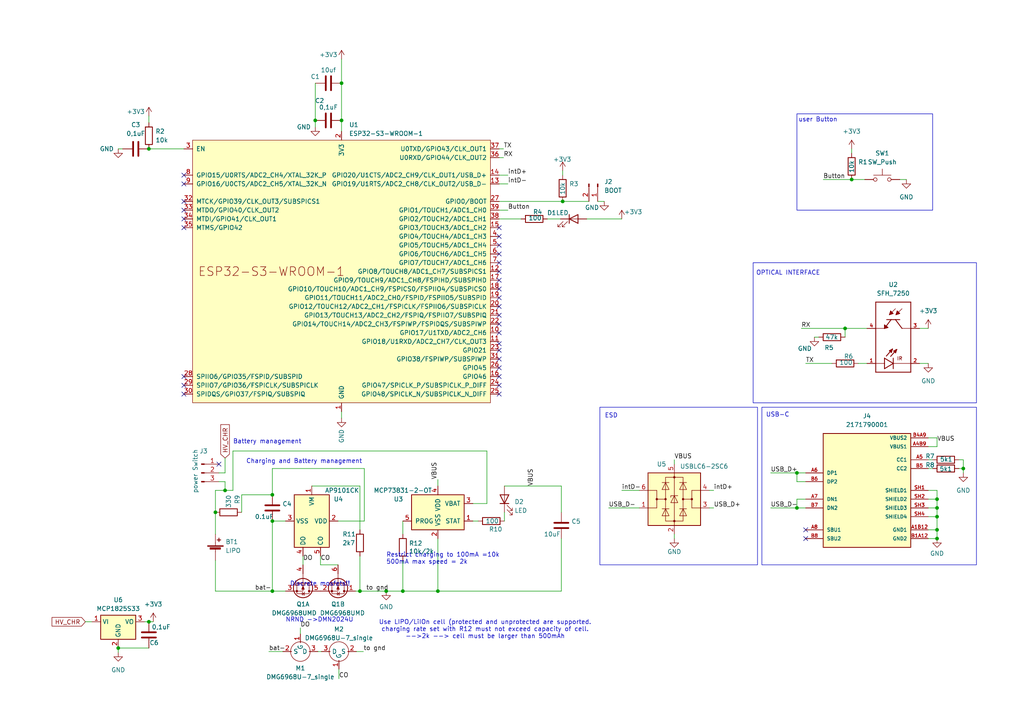
<source format=kicad_sch>
(kicad_sch (version 20231120) (generator "eeschema") (generator_version "8.0")
  (paper "A4")
  (title_block (title "FreeMDU_board") (date "2026-01-10") (rev "0.1") (company "MAYER MAKES") (comment 1 "Autor: mayermakes based on medusalix"))
  (lib_symbols
    (symbol "2171790001:2171790001" (pin_names (offset 1.016))
      (property "Reference" "J" (at -12.7 16.002 0))
      (property "Value" "2171790001" (at -12.7 -18.542 0))
      (symbol "2171790001_0_0"
        (rectangle (start -12.7 15.24) (end 12.7 -17.78) (stroke (width 0.254)) (fill (type background)))
        (pin power_in line (at 17.78 -12.7 180) (length 5.08) (name "GND1") (number "A1B12"))
        (pin power_in line (at 17.78 11.43 180) (length 5.08) (name "VBUS1") (number "A4B9"))
        (pin bidirectional line (at 17.78 7.62 180) (length 5.08) (name "CC1") (number "A5"))
        (pin bidirectional line (at -17.78 3.81 0) (length 5.08) (name "DP1") (number "A6"))
        (pin bidirectional line (at -17.78 -3.81 0) (length 5.08) (name "DN1") (number "A7"))
        (pin bidirectional line (at -17.78 -12.7 0) (length 5.08) (name "SBU1") (number "A8"))
        (pin power_in line (at 17.78 -15.24 180) (length 5.08) (name "GND2") (number "B1A12"))
        (pin power_in line (at 17.78 13.97 180) (length 5.08) (name "VBUS2") (number "B4A9"))
        (pin bidirectional line (at 17.78 5.08 180) (length 5.08) (name "CC2") (number "B5"))
        (pin bidirectional line (at -17.78 1.27 0) (length 5.08) (name "DP2") (number "B6"))
        (pin bidirectional line (at -17.78 -6.35 0) (length 5.08) (name "DN2") (number "B7"))
        (pin bidirectional line (at -17.78 -15.24 0) (length 5.08) (name "SBU2") (number "B8"))
        (pin passive line (at 17.78 -1.27 180) (length 5.08) (name "SHIELD1") (number "SH1"))
        (pin passive line (at 17.78 -3.81 180) (length 5.08) (name "SHIELD2") (number "SH2"))
        (pin passive line (at 17.78 -6.35 180) (length 5.08) (name "SHIELD3") (number "SH3"))
        (pin passive line (at 17.78 -8.89 180) (length 5.08) (name "SHIELD4") (number "SH4"))
      )
    )
    (symbol "Connector:Conn_01x02_Pin" (pin_names (offset 1.016) hide)
      (property "Reference" "J" (at 0 2.54 0))
      (property "Value" "Conn_01x02_Pin" (at 0 -5.08 0))
      (symbol "Conn_01x02_Pin_1_1"
        (polyline (pts (xy 1.27 -2.54) (xy 0.8636 -2.54)) (stroke (width 0.1524)))
        (polyline (pts (xy 1.27 0) (xy 0.8636 0)) (stroke (width 0.1524)))
        (rectangle (start 0.8636 -2.413) (end 0 -2.667) (stroke (width 0.1524)) (fill (type outline)))
        (rectangle (start 0.8636 0.127) (end 0 -0.127) (stroke (width 0.1524)) (fill (type outline)))
        (pin passive line (at 5.08 0 180) (length 3.81) (name "Pin_1") (number "1"))
        (pin passive line (at 5.08 -2.54 180) (length 3.81) (name "Pin_2") (number "2"))
      )
    )
    (symbol "Connector:Conn_01x03_Male" (pin_names (offset 1.016) hide)
      (property "Reference" "J" (at 0 5.08 0))
      (property "Value" "Conn_01x03_Male" (at 0 -5.08 0))
      (symbol "Conn_01x03_Male_1_1"
        (polyline (pts (xy 1.27 -2.54) (xy 0.8636 -2.54)) (stroke (width 0.1524)))
        (polyline (pts (xy 1.27 0) (xy 0.8636 0)) (stroke (width 0.1524)))
        (polyline (pts (xy 1.27 2.54) (xy 0.8636 2.54)) (stroke (width 0.1524)))
        (rectangle (start 0.8636 -2.413) (end 0 -2.667) (stroke (width 0.1524)) (fill (type outline)))
        (rectangle (start 0.8636 0.127) (end 0 -0.127) (stroke (width 0.1524)) (fill (type outline)))
        (rectangle (start 0.8636 2.667) (end 0 2.413) (stroke (width 0.1524)) (fill (type outline)))
        (pin passive line (at 5.08 2.54 180) (length 3.81) (name "Pin_1") (number "1"))
        (pin passive line (at 5.08 0 180) (length 3.81) (name "Pin_2") (number "2"))
        (pin passive line (at 5.08 -2.54 180) (length 3.81) (name "Pin_3") (number "3"))
      )
    )
    (symbol "Device:Battery_Cell" (pin_numbers hide) (pin_names (offset 0) hide)
      (property "Reference" "BT" (at 2.54 2.54 0))
      (property "Value" "Battery_Cell" (at 2.54 0 0))
      (symbol "Battery_Cell_0_1"
        (rectangle (start -2.286 1.778) (end 2.286 1.524) (fill (type outline)))
        (rectangle (start -1.5748 1.1938) (end 1.4732 0.6858) (fill (type outline)))
        (polyline (pts (xy 0 0.762) (xy 0 0)))
        (polyline (pts (xy 0 1.778) (xy 0 2.54)))
        (polyline (pts (xy 0.508 3.429) (xy 1.524 3.429)) (stroke (width 0.254)))
        (polyline (pts (xy 1.016 3.937) (xy 1.016 2.921)) (stroke (width 0.254)))
      )
      (symbol "Battery_Cell_1_1"
        (pin passive line (at 0 5.08 270) (length 2.54) (name "+") (number "1"))
        (pin passive line (at 0 -2.54 90) (length 2.54) (name "-") (number "2"))
      )
    )
    (symbol "Device:C" (pin_numbers hide) (pin_names (offset 0.254))
      (property "Reference" "C" (at 0.635 2.54 0))
      (property "Value" "C" (at 0.635 -2.54 0))
      (symbol "C_0_1"
        (polyline (pts (xy -2.032 -0.762) (xy 2.032 -0.762)) (stroke (width 0.508)))
        (polyline (pts (xy -2.032 0.762) (xy 2.032 0.762)) (stroke (width 0.508)))
      )
      (symbol "C_1_1"
        (pin passive line (at 0 3.81 270) (length 2.794) (name "~") (number "1"))
        (pin passive line (at 0 -3.81 90) (length 2.794) (name "~") (number "2"))
      )
    )
    (symbol "Device:LED" (pin_numbers hide) (pin_names (offset 1.016) hide)
      (property "Reference" "D" (at 0 2.54 0))
      (property "Value" "LED" (at 0 -2.54 0))
      (symbol "LED_0_1"
        (polyline (pts (xy -1.27 -1.27) (xy -1.27 1.27)) (stroke (width 0.254)))
        (polyline (pts (xy -1.27 0) (xy 1.27 0)))
        (polyline (pts (xy 1.27 -1.27) (xy 1.27 1.27) (xy -1.27 0) (xy 1.27 -1.27)) (stroke (width 0.254)))
        (polyline (pts (xy -3.048 -0.762) (xy -4.572 -2.286) (xy -3.81 -2.286) (xy -4.572 -2.286) (xy -4.572 -1.524)))
        (polyline (pts (xy -1.778 -0.762) (xy -3.302 -2.286) (xy -2.54 -2.286) (xy -3.302 -2.286) (xy -3.302 -1.524)))
      )
      (symbol "LED_1_1"
        (pin passive line (at -3.81 0 0) (length 2.54) (name "K") (number "1"))
        (pin passive line (at 3.81 0 180) (length 2.54) (name "A") (number "2"))
      )
    )
    (symbol "Device:R" (pin_numbers hide) (pin_names (offset 0))
      (property "Reference" "R" (at 2.032 0 90))
      (property "Value" "R" (at 0 0 90))
      (symbol "R_0_1"
        (rectangle (start -1.016 -2.54) (end 1.016 2.54) (stroke (width 0.254)))
      )
      (symbol "R_1_1"
        (pin passive line (at 0 3.81 270) (length 1.27) (name "~") (number "1"))
        (pin passive line (at 0 -3.81 90) (length 1.27) (name "~") (number "2"))
      )
    )
    (symbol "Espressif:ESP32-S3-WROOM-1" (pin_names (offset 1.016))
      (property "Reference" "U" (at -43.18 43.18 0))
      (property "Value" "ESP32-S3-WROOM-1" (at -43.18 40.64 0))
      (symbol "ESP32-S3-WROOM-1_0_0"
        (text "ESP32-S3-WROOM-1" (at -20.32 0 0) (effects (font (size 2.54 2.54))))
        (pin power_in line (at 0 -40.64 90) (length 2.54) (name "GND") (number "1"))
        (pin bidirectional line (at 45.72 -17.78 180) (length 2.54) (name "GPIO17/U1TXD/ADC2_CH6") (number "10"))
        (pin bidirectional line (at 45.72 -20.32 180) (length 2.54) (name "GPIO18/U1RXD/ADC2_CH7/CLK_OUT3") (number "11"))
        (pin bidirectional line (at 45.72 0 180) (length 2.54) (name "GPIO8/TOUCH8/ADC1_CH7/SUBSPICS1") (number "12"))
        (pin bidirectional line (at 45.72 25.4 180) (length 2.54) (name "GPIO19/U1RTS/ADC2_CH8/CLK_OUT2/USB_D-") (number "13"))
        (pin bidirectional line (at 45.72 27.94 180) (length 2.54) (name "GPIO20/U1CTS/ADC2_CH9/CLK_OUT1/USB_D+") (number "14"))
        (pin bidirectional line (at 45.72 12.7 180) (length 2.54) (name "GPIO3/TOUCH3/ADC1_CH2") (number "15"))
        (pin bidirectional line (at 45.72 -30.48 180) (length 2.54) (name "GPIO46") (number "16"))
        (pin bidirectional line (at 45.72 -2.54 180) (length 2.54) (name "GPIO9/TOUCH9/ADC1_CH8/FSPIHD/SUBSPIHD") (number "17"))
        (pin bidirectional line (at 45.72 -5.08 180) (length 2.54) (name "GPIO10/TOUCH10/ADC1_CH9/FSPICS0/FSPIIO4/SUBSPICS0") (number "18"))
        (pin bidirectional line (at 45.72 -7.62 180) (length 2.54) (name "GPIO11/TOUCH11/ADC2_CH0/FSPID/FSPIIO5/SUBSPID") (number "19"))
        (pin power_in line (at 0 40.64 270) (length 2.54) (name "3V3") (number "2"))
        (pin bidirectional line (at 45.72 -10.16 180) (length 2.54) (name "GPIO12/TOUCH12/ADC2_CH1/FSPICLK/FSPIIO6/SUBSPICLK") (number "20"))
        (pin bidirectional line (at 45.72 -12.7 180) (length 2.54) (name "GPIO13/TOUCH13/ADC2_CH2/FSPIQ/FSPIIO7/SUBSPIQ") (number "21"))
        (pin bidirectional line (at 45.72 -15.24 180) (length 2.54) (name "GPIO14/TOUCH14/ADC2_CH3/FSPIWP/FSPIDQS/SUBSPIWP") (number "22"))
        (pin bidirectional line (at 45.72 -22.86 180) (length 2.54) (name "GPIO21") (number "23"))
        (pin bidirectional line (at 45.72 -33.02 180) (length 2.54) (name "GPIO47/SPICLK_P/SUBSPICLK_P_DIFF") (number "24"))
        (pin bidirectional line (at 45.72 -35.56 180) (length 2.54) (name "GPIO48/SPICLK_N/SUBSPICLK_N_DIFF") (number "25"))
        (pin bidirectional line (at 45.72 -27.94 180) (length 2.54) (name "GPIO45") (number "26"))
        (pin bidirectional line (at 45.72 20.32 180) (length 2.54) (name "GPIO0/BOOT") (number "27"))
        (pin bidirectional line (at -45.72 -30.48 0) (length 2.54) (name "SPIIO6/GPIO35/FSPID/SUBSPID") (number "28"))
        (pin bidirectional line (at -45.72 -33.02 0) (length 2.54) (name "SPIIO7/GPIO36/FSPICLK/SUBSPICLK") (number "29"))
        (pin input line (at -45.72 35.56 0) (length 2.54) (name "EN") (number "3"))
        (pin bidirectional line (at -45.72 -35.56 0) (length 2.54) (name "SPIDQS/GPIO37/FSPIQ/SUBSPIQ") (number "30"))
        (pin bidirectional line (at 45.72 -25.4 180) (length 2.54) (name "GPIO38/FSPIWP/SUBSPIWP") (number "31"))
        (pin bidirectional line (at -45.72 20.32 0) (length 2.54) (name "MTCK/GPIO39/CLK_OUT3/SUBSPICS1") (number "32"))
        (pin bidirectional line (at -45.72 17.78 0) (length 2.54) (name "MTDO/GPIO40/CLK_OUT2") (number "33"))
        (pin bidirectional line (at -45.72 15.24 0) (length 2.54) (name "MTDI/GPIO41/CLK_OUT1") (number "34"))
        (pin bidirectional line (at -45.72 12.7 0) (length 2.54) (name "MTMS/GPIO42") (number "35"))
        (pin bidirectional line (at 45.72 33.02 180) (length 2.54) (name "U0RXD/GPIO44/CLK_OUT2") (number "36"))
        (pin bidirectional line (at 45.72 35.56 180) (length 2.54) (name "U0TXD/GPIO43/CLK_OUT1") (number "37"))
        (pin bidirectional line (at 45.72 15.24 180) (length 2.54) (name "GPIO2/TOUCH2/ADC1_CH1") (number "38"))
        (pin bidirectional line (at 45.72 17.78 180) (length 2.54) (name "GPIO1/TOUCH1/ADC1_CH0") (number "39"))
        (pin bidirectional line (at 45.72 10.16 180) (length 2.54) (name "GPIO4/TOUCH4/ADC1_CH3") (number "4"))
        (pin passive line (at 0 -40.64 90) (length 2.54) hide (name "GND") (number "40"))
        (pin passive line (at 0 -40.64 90) (length 2.54) hide (name "GND") (number "41"))
        (pin bidirectional line (at 45.72 7.62 180) (length 2.54) (name "GPIO5/TOUCH5/ADC1_CH4") (number "5"))
        (pin bidirectional line (at 45.72 5.08 180) (length 2.54) (name "GPIO6/TOUCH6/ADC1_CH5") (number "6"))
        (pin bidirectional line (at 45.72 2.54 180) (length 2.54) (name "GPIO7/TOUCH7/ADC1_CH6") (number "7"))
        (pin bidirectional line (at -45.72 27.94 0) (length 2.54) (name "GPIO15/U0RTS/ADC2_CH4/XTAL_32K_P") (number "8"))
        (pin bidirectional line (at -45.72 25.4 0) (length 2.54) (name "GPIO16/U0CTS/ADC2_CH5/XTAL_32K_N") (number "9"))
      )
      (symbol "ESP32-S3-WROOM-1_0_1"
        (rectangle (start -43.18 38.1) (end 43.18 -38.1) (fill (type background)))
      )
    )
    (symbol "FL01_smol-rescue:AP9101CK-Battery_Management"
      (property "Reference" "U" (at -7.62 6.35 0))
      (property "Value" "AP9101CK-Battery_Management" (at 6.35 6.35 0))
      (symbol "AP9101CK-Battery_Management_0_1"
        (rectangle (start -7.62 5.08) (end 7.62 -5.08) (stroke (width 0.254)) (fill (type background)))
      )
      (symbol "AP9101CK-Battery_Management_1_1"
        (pin passive line (at -10.16 0 0) (length 2.54) (name "VM") (number "1"))
        (pin power_in line (at 0 7.62 270) (length 2.54) (name "VDD") (number "2"))
        (pin power_in line (at 0 -7.62 90) (length 2.54) (name "VSS") (number "3"))
        (pin output line (at 10.16 -2.54 180) (length 2.54) (name "DO") (number "4"))
        (pin output line (at 10.16 2.54 180) (length 2.54) (name "CO") (number "5"))
      )
    )
    (symbol "FL01_smol-rescue:C-Device" (pin_numbers hide) (pin_names (offset 0.254))
      (property "Reference" "C" (at 0.635 2.54 0))
      (property "Value" "C-Device" (at 0.635 -2.54 0))
      (symbol "C-Device_0_1"
        (polyline (pts (xy -2.032 -0.762) (xy 2.032 -0.762)) (stroke (width 0.508)))
        (polyline (pts (xy -2.032 0.762) (xy 2.032 0.762)) (stroke (width 0.508)))
      )
      (symbol "C-Device_1_1"
        (pin passive line (at 0 3.81 270) (length 2.794) (name "~") (number "1"))
        (pin passive line (at 0 -3.81 90) (length 2.794) (name "~") (number "2"))
      )
    )
    (symbol "FL01_smol-rescue:DMG6968UMD-DMG6968UMD" (pin_names (offset 0) hide)
      (property "Reference" "Q" (at 6.35 1.27 0))
      (property "Value" "DMG6968UMD-DMG6968UMD" (at 19.05 -1.27 0))
      (symbol "DMG6968UMD-DMG6968UMD_0_1"
        (polyline (pts (xy 0.254 0) (xy -2.54 0)))
        (polyline (pts (xy 0.254 1.905) (xy 0.254 -1.905)) (stroke (width 0.254)))
        (polyline (pts (xy 0.762 -1.27) (xy 0.762 -2.286)) (stroke (width 0.254)))
        (polyline (pts (xy 0.762 0.508) (xy 0.762 -0.508)) (stroke (width 0.254)))
        (polyline (pts (xy 0.762 2.286) (xy 0.762 1.27)) (stroke (width 0.254)))
        (polyline (pts (xy 2.54 2.54) (xy 2.54 1.778)))
        (polyline (pts (xy 2.54 -2.54) (xy 2.54 0) (xy 0.762 0)))
        (polyline (pts (xy 0.762 -1.778) (xy 3.302 -1.778) (xy 3.302 1.778) (xy 0.762 1.778)))
        (polyline (pts (xy 1.016 0) (xy 2.032 0.381) (xy 2.032 -0.381) (xy 1.016 0)) (fill (type outline)))
        (polyline (pts (xy 2.794 0.508) (xy 2.921 0.381) (xy 3.683 0.381) (xy 3.81 0.254)))
        (polyline (pts (xy 3.302 0.381) (xy 2.921 -0.254) (xy 3.683 -0.254) (xy 3.302 0.381)))
        (circle (center 1.651 0) (radius 2.794) (stroke (width 0.254)))
        (circle (center 2.54 -1.778) (radius 0.254) (fill (type outline)))
        (circle (center 2.54 1.778) (radius 0.254) (fill (type outline)))
      )
      (symbol "DMG6968UMD-DMG6968UMD_1_1"
        (pin passive line (at 2.54 -5.08 90) (length 2.54) (name "S") (number "3"))
        (pin input line (at -5.08 0 0) (length 2.54) (name "G") (number "4"))
        (pin passive line (at 2.54 5.08 270) (length 2.54) (name "D") (number "5"))
      )
      (symbol "DMG6968UMD-DMG6968UMD_2_1"
        (pin passive line (at 2.54 5.08 270) (length 2.54) (name "D") (number "1"))
        (pin passive line (at 2.54 -5.08 90) (length 2.54) (name "S") (number "2"))
        (pin input line (at -5.08 0 0) (length 2.54) (name "G") (number "6"))
      )
    )
    (symbol "FL01_smol-rescue:MCP73831-2-OT-Battery_Management" (pin_names (offset 1.016))
      (property "Reference" "U" (at -7.62 6.35 0))
      (property "Value" "MCP73831-2-OT-Battery_Management" (at 1.27 6.35 0))
      (symbol "MCP73831-2-OT-Battery_Management_0_1"
        (rectangle (start -7.62 5.08) (end 7.62 -5.08) (stroke (width 0.254)) (fill (type background)))
      )
      (symbol "MCP73831-2-OT-Battery_Management_1_1"
        (pin output line (at 10.16 -2.54 180) (length 2.54) (name "STAT") (number "1"))
        (pin power_in line (at 0 -7.62 90) (length 2.54) (name "VSS") (number "2"))
        (pin power_out line (at 10.16 2.54 180) (length 2.54) (name "VBAT") (number "3"))
        (pin power_in line (at 0 7.62 270) (length 2.54) (name "VDD") (number "4"))
        (pin input line (at -10.16 -2.54 0) (length 2.54) (name "PROG") (number "5"))
      )
    )
    (symbol "FL01_smol-rescue:R-Device" (pin_numbers hide) (pin_names (offset 0))
      (property "Reference" "R" (at 2.032 0 90))
      (property "Value" "R-Device" (at 0 0 90))
      (symbol "R-Device_0_1"
        (rectangle (start -1.016 -2.54) (end 1.016 2.54) (stroke (width 0.254)))
      )
      (symbol "R-Device_1_1"
        (pin passive line (at 0 3.81 270) (length 1.27) (name "~") (number "1"))
        (pin passive line (at 0 -3.81 90) (length 1.27) (name "~") (number "2"))
      )
    )
    (symbol "GND_1" (power) (pin_names (offset 0))
      (property "Value" "GND_1" (at 0 -3.81 0))
      (symbol "GND_1_0_1"
        (polyline (pts (xy 0 0) (xy 0 -1.27) (xy 1.27 -1.27) (xy 0 -2.54) (xy -1.27 -1.27) (xy 0 -1.27)))
      )
      (symbol "GND_1_1_1"
        (pin power_in line (at 0 0 270) (length 0) hide (name "GND") (number "1"))
      )
    )
    (symbol "Power_Protection:USBLC6-2SC6" (pin_names hide)
      (property "Reference" "U" (at 2.54 8.89 0))
      (property "Value" "USBLC6-2SC6" (at 2.54 -8.89 0))
      (symbol "USBLC6-2SC6_0_1"
        (rectangle (start -7.62 -7.62) (end 7.62 7.62) (stroke (width 0.254)) (fill (type background)))
        (circle (center -5.08 0) (radius 0.254) (fill (type outline)))
        (circle (center -2.54 0) (radius 0.254) (fill (type outline)))
        (rectangle (start -2.54 6.35) (end 2.54 -6.35))
        (circle (center 0 -6.35) (radius 0.254) (fill (type outline)))
        (polyline (pts (xy -5.08 -2.54) (xy -7.62 -2.54)))
        (polyline (pts (xy -5.08 0) (xy -5.08 -2.54)))
        (polyline (pts (xy -5.08 2.54) (xy -7.62 2.54)))
        (polyline (pts (xy -1.524 -2.794) (xy -3.556 -2.794)))
        (polyline (pts (xy -1.524 4.826) (xy -3.556 4.826)))
        (polyline (pts (xy 0 -7.62) (xy 0 -6.35)))
        (polyline (pts (xy 0 -6.35) (xy 0 1.27)))
        (polyline (pts (xy 0 1.27) (xy 0 6.35)))
        (polyline (pts (xy 0 6.35) (xy 0 7.62)))
        (polyline (pts (xy 1.524 -2.794) (xy 3.556 -2.794)))
        (polyline (pts (xy 1.524 4.826) (xy 3.556 4.826)))
        (polyline (pts (xy 5.08 -2.54) (xy 7.62 -2.54)))
        (polyline (pts (xy 5.08 0) (xy 5.08 -2.54)))
        (polyline (pts (xy 5.08 2.54) (xy 7.62 2.54)))
        (polyline (pts (xy -2.54 0) (xy -5.08 0) (xy -5.08 2.54)))
        (polyline (pts (xy 2.54 0) (xy 5.08 0) (xy 5.08 2.54)))
        (polyline (pts (xy -3.556 -4.826) (xy -1.524 -4.826) (xy -2.54 -2.794) (xy -3.556 -4.826)))
        (polyline (pts (xy -3.556 2.794) (xy -1.524 2.794) (xy -2.54 4.826) (xy -3.556 2.794)))
        (polyline (pts (xy -1.016 -1.016) (xy 1.016 -1.016) (xy 0 1.016) (xy -1.016 -1.016)))
        (polyline (pts (xy 1.016 1.016) (xy 0.762 1.016) (xy -1.016 1.016) (xy -1.016 0.508)))
        (polyline (pts (xy 3.556 -4.826) (xy 1.524 -4.826) (xy 2.54 -2.794) (xy 3.556 -4.826)))
        (polyline (pts (xy 3.556 2.794) (xy 1.524 2.794) (xy 2.54 4.826) (xy 3.556 2.794)))
        (circle (center 0 6.35) (radius 0.254) (fill (type outline)))
        (circle (center 2.54 0) (radius 0.254) (fill (type outline)))
        (circle (center 5.08 0) (radius 0.254) (fill (type outline)))
      )
      (symbol "USBLC6-2SC6_1_1"
        (pin passive line (at -10.16 -2.54 0) (length 2.54) (name "I/O1") (number "1"))
        (pin passive line (at 0 -10.16 90) (length 2.54) (name "GND") (number "2"))
        (pin passive line (at 10.16 -2.54 180) (length 2.54) (name "I/O2") (number "3"))
        (pin passive line (at 10.16 2.54 180) (length 2.54) (name "I/O2") (number "4"))
        (pin passive line (at 0 10.16 270) (length 2.54) (name "VBUS") (number "5"))
        (pin passive line (at -10.16 2.54 0) (length 2.54) (name "I/O1") (number "6"))
      )
    )
    (symbol "Regulator_Linear:MCP1825S"
      (property "Reference" "U" (at -3.81 3.175 0))
      (property "Value" "MCP1825S" (at 0 3.175 0))
      (symbol "MCP1825S_0_1"
        (rectangle (start -5.08 1.905) (end 5.08 -5.08) (stroke (width 0.254)) (fill (type background)))
      )
      (symbol "MCP1825S_1_1"
        (pin power_in line (at -7.62 0 0) (length 2.54) (name "VI") (number "1"))
        (pin power_in line (at 0 -7.62 90) (length 2.54) (name "GND") (number "2"))
        (pin power_out line (at 7.62 0 180) (length 2.54) (name "VO") (number "3"))
      )
    )
    (symbol "SFH_7250:SFH_7250" (pin_names (offset 1.016))
      (property "Reference" "U" (at -5.08 10.922 0))
      (property "Value" "SFH_7250" (at -5.08 -12.7 0))
      (symbol "SFH_7250_0_0"
        (polyline (pts (xy -5.08 -10.16) (xy -5.08 -2.54)) (stroke (width 0.254)))
        (polyline (pts (xy -5.08 -2.54) (xy -5.08 10.16)) (stroke (width 0.254)))
        (polyline (pts (xy -5.08 10.16) (xy 5.08 10.16)) (stroke (width 0.254)))
        (polyline (pts (xy -2.54 -8.255) (xy -0.762 -6.477)) (stroke (width 0.1524)))
        (polyline (pts (xy -2.54 -2.54) (xy -5.08 -2.54)) (stroke (width 0.1524)))
        (polyline (pts (xy -1.905 -6.858) (xy -0.762 -6.477)) (stroke (width 0.1524)))
        (polyline (pts (xy -1.905 -5.08) (xy -0.635 -5.08)) (stroke (width 0.254)))
        (polyline (pts (xy -1.143 -7.62) (xy -1.905 -6.858)) (stroke (width 0.1524)))
        (polyline (pts (xy -1.016 3.556) (xy -0.6858 4.5212)) (stroke (width 0.254)))
        (polyline (pts (xy -1.016 3.556) (xy 0.762 5.588)) (stroke (width 0.254)))
        (polyline (pts (xy -0.762 -6.477) (xy -1.143 -7.62)) (stroke (width 0.1524)))
        (polyline (pts (xy -0.7112 3.7846) (xy -0.5842 3.7846)) (stroke (width 0.254)))
        (polyline (pts (xy -0.6858 4.5212) (xy -0.7112 3.7846)) (stroke (width 0.254)))
        (polyline (pts (xy -0.6858 4.5212) (xy -0.127 4.0386)) (stroke (width 0.254)))
        (polyline (pts (xy -0.635 -8.255) (xy 1.143 -6.477)) (stroke (width 0.1524)))
        (polyline (pts (xy -0.635 -5.08) (xy -2.54 -2.54)) (stroke (width 0.254)))
        (polyline (pts (xy -0.635 -5.08) (xy 0.635 -5.08)) (stroke (width 0.254)))
        (polyline (pts (xy -0.3048 4.1148) (xy -0.5334 3.9624)) (stroke (width 0.254)))
        (polyline (pts (xy -0.127 4.0386) (xy -1.016 3.556)) (stroke (width 0.254)))
        (polyline (pts (xy 0 -6.858) (xy 1.143 -6.477)) (stroke (width 0.1524)))
        (polyline (pts (xy 0 6.096) (xy 0 7.62)) (stroke (width 0.254)))
        (polyline (pts (xy 0 7.62) (xy -5.08 7.62)) (stroke (width 0.1524)))
        (polyline (pts (xy 0 7.62) (xy 0 9.144)) (stroke (width 0.254)))
        (polyline (pts (xy 0 7.62) (xy 2.54 6.096)) (stroke (width 0.254)))
        (polyline (pts (xy 0.2286 3.4544) (xy 0.5588 4.4196)) (stroke (width 0.254)))
        (polyline (pts (xy 0.2286 3.4544) (xy 2.0066 5.4864)) (stroke (width 0.254)))
        (polyline (pts (xy 0.5334 3.683) (xy 0.6604 3.683)) (stroke (width 0.254)))
        (polyline (pts (xy 0.5588 4.4196) (xy 0.5334 3.683)) (stroke (width 0.254)))
        (polyline (pts (xy 0.5588 4.4196) (xy 1.1176 3.937)) (stroke (width 0.254)))
        (polyline (pts (xy 0.635 -5.08) (xy 1.905 -5.08)) (stroke (width 0.254)))
        (polyline (pts (xy 0.635 -5.08) (xy 2.54 -2.54)) (stroke (width 0.254)))
        (polyline (pts (xy 0.762 -7.62) (xy 0 -6.858)) (stroke (width 0.1524)))
        (polyline (pts (xy 0.9398 4.0132) (xy 0.7112 3.8608)) (stroke (width 0.254)))
        (polyline (pts (xy 1.1176 3.937) (xy 0.2286 3.4544)) (stroke (width 0.254)))
        (polyline (pts (xy 1.143 -6.477) (xy 0.762 -7.62)) (stroke (width 0.1524)))
        (polyline (pts (xy 2.286 -2.794) (xy 2.54 -2.54)) (stroke (width 0.1524)))
        (polyline (pts (xy 2.54 6.096) (xy 2.54 7.62)) (stroke (width 0.254)))
        (polyline (pts (xy 2.54 7.62) (xy 2.54 9.144)) (stroke (width 0.254)))
        (polyline (pts (xy 2.54 7.62) (xy 5.08 7.62)) (stroke (width 0.1524)))
        (polyline (pts (xy 2.54 9.144) (xy 0 7.62)) (stroke (width 0.254)))
        (polyline (pts (xy 5.08 -10.16) (xy -5.08 -10.16)) (stroke (width 0.254)))
        (polyline (pts (xy 5.08 -10.16) (xy 5.08 -2.54)) (stroke (width 0.254)))
        (polyline (pts (xy 5.08 -2.54) (xy 2.54 -2.54)) (stroke (width 0.1524)))
        (polyline (pts (xy 5.08 -2.54) (xy 5.08 10.16)) (stroke (width 0.254)))
        (polyline (pts (xy -1.143 -7.62) (xy -0.762 -6.477) (xy -1.905 -6.858) (xy -1.143 -7.62)) (stroke (width 0.1524)) (fill (type outline)))
        (polyline (pts (xy 0.762 -7.62) (xy 1.143 -6.477) (xy 0 -6.858) (xy 0.762 -7.62)) (stroke (width 0.1524)) (fill (type outline)))
        (polyline (pts (xy 2.54 -2.54) (xy 1.524 -2.794) (xy 2.54 -3.556) (xy 2.54 -2.54)) (stroke (width 0.254)) (fill (type outline)))
        (text "IR" (at -1.016 5.588 0) (effects (font (size 1.016 1.016)) (justify right top)))
        (pin passive line (at 7.62 7.62 180) (length 2.54) (name "~") (number "1"))
        (pin passive line (at -7.62 7.62 0) (length 2.54) (name "~") (number "2"))
        (pin passive line (at -7.62 -2.54 0) (length 2.54) (name "~") (number "3"))
        (pin passive line (at 7.62 -2.54 180) (length 2.54) (name "~") (number "4"))
      )
    )
    (symbol "Switch:SW_Push" (pin_numbers hide) (pin_names (offset 1.016) hide)
      (property "Reference" "SW" (at 1.27 2.54 0))
      (property "Value" "SW_Push" (at 0 -1.524 0))
      (symbol "SW_Push_0_1"
        (circle (center -2.032 0) (radius 0.508))
        (polyline (pts (xy 0 1.27) (xy 0 3.048)))
        (polyline (pts (xy 2.54 1.27) (xy -2.54 1.27)))
        (circle (center 2.032 0) (radius 0.508))
        (pin passive line (at -5.08 0 0) (length 2.54) (name "1") (number "1"))
        (pin passive line (at 5.08 0 180) (length 2.54) (name "2") (number "2"))
      )
    )
    (symbol "arvsom:GND" (power) (pin_names (offset 0))
      (property "Value" "GND" (at 0 -3.81 0))
      (symbol "GND_0_1"
        (polyline (pts (xy 0 0) (xy 0 -1.27) (xy 1.27 -1.27) (xy 0 -2.54) (xy -1.27 -1.27) (xy 0 -1.27)))
      )
      (symbol "GND_1_1"
        (pin power_in line (at 0 0 270) (length 0) hide (name "GND") (number "1"))
      )
    )
    (symbol "dmg6968u-7CUSTOM:DMG6968U-7_single"
      (property "Reference" "M" (at 1.27 3.81 0))
      (property "Value" "DMG6968U-7_single" (at 1.27 -2.54 0))
      (symbol "DMG6968U-7_single_0_1"
        (circle (center 0 0) (radius 2.8398) (stroke (width 0.1524)))
      )
      (symbol "DMG6968U-7_single_1_1"
        (pin bidirectional line (at 0 5.08 270) (length 2.54) (name "G") (number "1"))
        (pin bidirectional line (at -5.08 0 0) (length 2.54) (name "S") (number "2"))
        (pin bidirectional line (at 5.08 0 180) (length 2.54) (name "D") (number "3"))
      )
    )
    (symbol "power:+3V3" (power) (pin_names (offset 0))
      (property "Value" "+3V3" (at 0 3.556 0))
      (symbol "+3V3_0_1"
        (polyline (pts (xy -0.762 1.27) (xy 0 2.54)))
        (polyline (pts (xy 0 0) (xy 0 2.54)))
        (polyline (pts (xy 0 2.54) (xy 0.762 1.27)))
      )
      (symbol "+3V3_1_1"
        (pin power_in line (at 0 0 90) (length 0) hide (name "+3V3") (number "1"))
      )
    )
    (symbol "power:GND" (power) (pin_names (offset 0))
      (property "Value" "GND" (at 0 -3.81 0))
      (symbol "GND_0_1"
        (polyline (pts (xy 0 0) (xy 0 -1.27) (xy 1.27 -1.27) (xy 0 -2.54) (xy -1.27 -1.27) (xy 0 -1.27)))
      )
      (symbol "GND_1_1"
        (pin power_in line (at 0 0 270) (length 0) hide (name "GND") (number "1"))
      )
    )
  )
  (junction (at 279.4 135.89))
  (junction (at 116.84 171.45))
  (junction (at 127 171.45))
  (junction (at 231.14 137.16))
  (junction (at 271.78 153.67))
  (junction (at 78.994 143.51))
  (junction (at 78.994 171.45))
  (junction (at 62.484 148.59))
  (junction (at 245.11 95.25))
  (junction (at 271.78 147.32))
  (junction (at 104.394 171.45))
  (junction (at 99.06 34.925))
  (junction (at 247.015 52.07))
  (junction (at 271.78 144.78))
  (junction (at 112.014 171.45))
  (junction (at 43.18 43.18))
  (junction (at 65.278 142.24))
  (junction (at 271.78 156.21))
  (junction (at 91.44 34.925))
  (junction (at 231.14 147.32))
  (junction (at 34.29 187.96))
  (junction (at 43.18 180.34))
  (junction (at 99.06 24.13))
  (junction (at 271.78 149.86))
  (junction (at 78.994 151.13))
  (junction (at 163.195 58.42))
  (no_connect (at 144.78 83.82))
  (no_connect (at 144.78 93.98))
  (no_connect (at 144.78 104.14))
  (no_connect (at 144.78 66.04))
  (no_connect (at 144.78 71.12))
  (no_connect (at 144.78 96.52))
  (no_connect (at 144.78 114.3))
  (no_connect (at 53.34 60.96))
  (no_connect (at 53.34 111.76))
  (no_connect (at 53.34 58.42))
  (no_connect (at 144.78 111.76))
  (no_connect (at 144.78 101.6))
  (no_connect (at 144.78 106.68))
  (no_connect (at 53.34 63.5))
  (no_connect (at 144.78 81.28))
  (no_connect (at 53.34 53.34))
  (no_connect (at 144.78 68.58))
  (no_connect (at 53.34 114.3))
  (no_connect (at 144.78 78.74))
  (no_connect (at 144.78 109.22))
  (no_connect (at 144.78 88.9))
  (no_connect (at 144.78 86.36))
  (no_connect (at 63.5 134.62))
  (no_connect (at 53.34 109.22))
  (no_connect (at 144.78 76.2))
  (no_connect (at 144.78 99.695))
  (no_connect (at 233.68 153.67))
  (no_connect (at 233.68 156.21))
  (no_connect (at 53.34 50.8))
  (no_connect (at 53.34 66.04))
  (no_connect (at 144.78 91.44))
  (no_connect (at 144.78 73.66))
  (wire (pts (xy 104.394 171.45) (xy 112.014 171.45)))
  (wire (pts (xy 43.18 180.34) (xy 44.45 180.34)))
  (wire (pts (xy 98.298 194.056) (xy 98.298 196.85)))
  (wire (pts (xy 144.78 50.8) (xy 147.32 50.8)))
  (wire (pts (xy 127 139.065) (xy 127 140.97)))
  (wire (pts (xy 247.015 52.07) (xy 250.825 52.07)))
  (wire (pts (xy 269.24 156.21) (xy 271.78 156.21)))
  (wire (pts (xy 173.355 58.42) (xy 175.26 58.42)))
  (wire (pts (xy 269.24 153.67) (xy 271.78 153.67)))
  (wire (pts (xy 146.304 140.97) (xy 162.814 140.97)))
  (wire (pts (xy 116.84 171.45) (xy 127 171.45)))
  (wire (pts (xy 78.994 151.13) (xy 78.994 171.45)))
  (wire (pts (xy 112.014 171.45) (xy 116.84 171.45)))
  (wire (pts (xy 99.06 34.925) (xy 99.06 38.1)))
  (wire (pts (xy 141.224 146.05) (xy 137.16 146.05)))
  (wire (pts (xy 34.29 187.96) (xy 43.18 187.96)))
  (wire (pts (xy 238.76 52.07) (xy 247.015 52.07)))
  (wire (pts (xy 62.484 171.45) (xy 62.484 162.56)))
  (wire (pts (xy 245.11 95.25) (xy 245.11 97.79)))
  (wire (pts (xy 223.52 147.32) (xy 231.14 147.32)))
  (wire (pts (xy 269.24 147.32) (xy 271.78 147.32)))
  (wire (pts (xy 269.24 142.24) (xy 271.78 142.24)))
  (wire (pts (xy 266.7 105.41) (xy 269.24 105.41)))
  (wire (pts (xy 92.202 188.976) (xy 93.218 188.976)))
  (wire (pts (xy 144.78 43.18) (xy 146.05 43.18)))
  (wire (pts (xy 271.78 153.67) (xy 271.78 156.21)))
  (wire (pts (xy 62.484 142.24) (xy 62.484 148.59)))
  (wire (pts (xy 271.78 144.78) (xy 271.78 147.32)))
  (wire (pts (xy 105.664 151.13) (xy 105.664 135.89)))
  (wire (pts (xy 170.18 63.5) (xy 180.34 63.5)))
  (wire (pts (xy 62.484 148.59) (xy 62.484 154.94)))
  (wire (pts (xy 269.24 129.54) (xy 271.78 129.54)))
  (wire (pts (xy 232.41 95.25) (xy 245.11 95.25)))
  (wire (pts (xy 82.804 151.13) (xy 78.994 151.13)))
  (wire (pts (xy 34.29 187.96) (xy 34.29 189.23)))
  (wire (pts (xy 195.58 154.94) (xy 195.58 156.21)))
  (wire (pts (xy 163.195 49.53) (xy 163.195 50.8)))
  (wire (pts (xy 269.24 135.89) (xy 270.51 135.89)))
  (wire (pts (xy 78.994 135.89) (xy 78.994 143.51)))
  (wire (pts (xy 87.122 182.118) (xy 87.122 183.896)))
  (wire (pts (xy 144.78 53.34) (xy 147.32 53.34)))
  (wire (pts (xy 34.29 43.18) (xy 35.56 43.18)))
  (wire (pts (xy 176.53 147.32) (xy 185.42 147.32)))
  (wire (pts (xy 77.978 188.976) (xy 82.042 188.976)))
  (wire (pts (xy 162.814 171.45) (xy 162.814 156.21)))
  (wire (pts (xy 105.664 135.89) (xy 78.994 135.89)))
  (wire (pts (xy 70.104 143.51) (xy 70.104 148.59)))
  (wire (pts (xy 127 171.45) (xy 162.814 171.45)))
  (wire (pts (xy 65.278 142.24) (xy 67.564 142.24)))
  (wire (pts (xy 236.22 97.79) (xy 237.49 97.79)))
  (wire (pts (xy 260.985 52.07) (xy 262.89 52.07)))
  (wire (pts (xy 92.964 163.83) (xy 98.044 163.83)))
  (wire (pts (xy 271.78 149.86) (xy 271.78 153.67)))
  (wire (pts (xy 205.74 147.32) (xy 207.01 147.32)))
  (wire (pts (xy 67.564 142.24) (xy 67.564 130.81)))
  (wire (pts (xy 103.124 171.45) (xy 104.394 171.45)))
  (wire (pts (xy 104.394 140.97) (xy 104.394 153.67)))
  (wire (pts (xy 245.11 95.25) (xy 251.46 95.25)))
  (wire (pts (xy 41.91 180.34) (xy 43.18 180.34)))
  (wire (pts (xy 271.78 142.24) (xy 271.78 144.78)))
  (wire (pts (xy 247.015 43.18) (xy 247.015 44.45)))
  (wire (pts (xy 67.564 130.81) (xy 141.224 130.81)))
  (wire (pts (xy 271.78 129.54) (xy 271.78 127)))
  (wire (pts (xy 269.24 149.86) (xy 271.78 149.86)))
  (wire (pts (xy 269.24 144.78) (xy 271.78 144.78)))
  (wire (pts (xy 91.44 34.925) (xy 91.44 36.83)))
  (wire (pts (xy 141.224 130.81) (xy 141.224 146.05)))
  (wire (pts (xy 62.484 171.45) (xy 78.994 171.45)))
  (wire (pts (xy 87.884 161.29) (xy 87.884 163.83)))
  (wire (pts (xy 279.4 133.35) (xy 279.4 135.89)))
  (wire (pts (xy 137.16 151.13) (xy 138.684 151.13)))
  (wire (pts (xy 91.44 24.13) (xy 91.44 34.925)))
  (wire (pts (xy 43.18 43.18) (xy 53.34 43.18)))
  (wire (pts (xy 233.68 105.41) (xy 241.3 105.41)))
  (wire (pts (xy 144.78 60.96) (xy 147.32 60.96)))
  (wire (pts (xy 24.765 180.34) (xy 26.67 180.34)))
  (wire (pts (xy 99.06 119.38) (xy 99.06 121.285)))
  (wire (pts (xy 99.06 24.13) (xy 99.06 34.925)))
  (wire (pts (xy 180.34 142.24) (xy 185.42 142.24)))
  (wire (pts (xy 78.994 171.45) (xy 82.804 171.45)))
  (wire (pts (xy 65.278 139.7) (xy 65.278 142.24)))
  (wire (pts (xy 146.304 148.59) (xy 146.304 151.13)))
  (wire (pts (xy 116.84 151.13) (xy 116.84 154.94)))
  (wire (pts (xy 205.74 142.24) (xy 207.01 142.24)))
  (wire (pts (xy 144.78 45.72) (xy 146.05 45.72)))
  (wire (pts (xy 231.14 139.7) (xy 231.14 137.16)))
  (wire (pts (xy 63.5 139.7) (xy 65.278 139.7)))
  (wire (pts (xy 279.4 135.89) (xy 278.13 135.89)))
  (wire (pts (xy 266.7 95.25) (xy 269.24 95.25)))
  (wire (pts (xy 104.394 161.29) (xy 104.394 171.45)))
  (wire (pts (xy 43.18 33.655) (xy 43.18 35.56)))
  (wire (pts (xy 231.14 147.32) (xy 233.68 147.32)))
  (wire (pts (xy 279.4 133.35) (xy 278.13 133.35)))
  (wire (pts (xy 103.378 188.976) (xy 105.41 188.976)))
  (wire (pts (xy 99.06 17.145) (xy 99.06 24.13)))
  (wire (pts (xy 144.78 58.42) (xy 163.195 58.42)))
  (wire (pts (xy 62.484 142.24) (xy 65.278 142.24)))
  (wire (pts (xy 63.5 137.16) (xy 65.278 137.16)))
  (wire (pts (xy 116.84 162.56) (xy 116.84 171.45)))
  (wire (pts (xy 127 156.21) (xy 127 171.45)))
  (wire (pts (xy 223.52 137.16) (xy 231.14 137.16)))
  (wire (pts (xy 158.75 63.5) (xy 162.56 63.5)))
  (wire (pts (xy 195.58 133.35) (xy 195.58 134.62)))
  (wire (pts (xy 271.78 147.32) (xy 271.78 149.86)))
  (wire (pts (xy 270.51 133.35) (xy 269.24 133.35)))
  (wire (pts (xy 70.104 143.51) (xy 78.994 143.51)))
  (wire (pts (xy 231.14 137.16) (xy 233.68 137.16)))
  (wire (pts (xy 65.278 137.16) (xy 65.278 132.842)))
  (wire (pts (xy 90.424 140.97) (xy 104.394 140.97)))
  (wire (pts (xy 248.92 105.41) (xy 251.46 105.41)))
  (wire (pts (xy 163.195 58.42) (xy 170.815 58.42)))
  (wire (pts (xy 98.044 151.13) (xy 105.664 151.13)))
  (wire (pts (xy 92.964 161.29) (xy 92.964 163.83)))
  (wire (pts (xy 162.814 148.59) (xy 162.814 140.97)))
  (wire (pts (xy 269.24 127) (xy 271.78 127)))
  (wire (pts (xy 144.78 63.5) (xy 151.13 63.5)))
  (wire (pts (xy 233.68 144.78) (xy 231.14 144.78)))
  (wire (pts (xy 231.14 144.78) (xy 231.14 147.32)))
  (wire (pts (xy 233.68 139.7) (xy 231.14 139.7)))
  (wire (pts (xy 279.4 135.89) (xy 279.4 137.16)))
  (rectangle (start 218.44 76.2) (end 283.21 116.84))
  (rectangle (start 231.14 33.02) (end 270.51 60.96))
  (rectangle (start 220.98 118.11) (end 283.21 163.83))
  (rectangle (start 173.99 118.11) (end 219.71 163.83))
  (text "Charging and Battery management\n" (at 71.374 134.62 0) (effects (font (size 1.27 1.27)) (justify left bottom)))
  (text "ESD" (at 177.292 120.65 0) (effects (font (size 1.27 1.27))))
  (text "OPTICAL INTERFACE" (at 228.6 79.248 0) (effects (font (size 1.27 1.27))))
  (text "USB-C" (at 225.552 120.396 0) (effects (font (size 1.27 1.27))))
  (text "Discrete mosfets!!" (at 84.074 170.18 0) (effects (font (size 1.27 1.27)) (justify left bottom)))
  (text "NRND ->DMN2024U" (at 82.804 180.594 0) (effects (font (size 1.27 1.27)) (justify left bottom)))
  (text "Battery management" (at 67.564 128.905 0) (effects (font (size 1.27 1.27)) (justify left bottom)))
  (text "Restrict charging to 100mA =10k\n500mA max speed = 2k" (at 112.014 163.83 0) (effects (font (size 1.27 1.27)) (justify left bottom)))
  (text "Use LIPO/LiIOn cell (protected and unprotected are supported.\ncharging rate set with R12 must not exceed capacity of cell.\n-->2k --> cell must be larger than 500mAh" (at 140.716 182.626 0) (effects (font (size 1.27 1.27))))
  (text "user Button" (at 237.236 34.798 0) (effects (font (size 1.27 1.27))))
  (label "intD+" (at 207.01 142.24 0))
  (label "TX" (at 146.05 43.18 0))
  (label "CO" (at 98.298 196.85 0))
  (label "RX" (at 146.05 45.72 0))
  (label "CO" (at 92.964 162.814 0))
  (label "intD-" (at 180.34 142.24 0))
  (label "USB_D+" (at 207.01 147.32 0))
  (label "intD-" (at 147.32 53.34 0))
  (label "USB_D-" (at 176.53 147.32 0))
  (label "VBUS" (at 127 139.065 90))
  (label "VBUS" (at 195.58 133.35 0))
  (label "intD+" (at 147.32 50.8 0))
  (label "bat-" (at 73.914 171.45 0))
  (label "VBUS" (at 271.78 128.27 0))
  (label "VBUS" (at 154.94 140.97 90))
  (label "DO" (at 87.122 182.118 0))
  (label "Button" (at 147.32 60.96 0))
  (label "to gnd" (at 106.172 171.45 0))
  (label "TX" (at 233.68 105.41 0))
  (label "USB_D+" (at 223.52 137.16 0))
  (label "to gnd" (at 105.41 188.976 0))
  (label "DO" (at 87.884 162.814 0))
  (label "USB_D-" (at 223.52 147.32 0))
  (label "RX" (at 232.41 95.25 0))
  (label "bat-" (at 77.978 188.976 0))
  (label "Button" (at 238.76 52.07 0))
  (global_label "HV_CHR" (shape input) (at 24.765 180.34 180) (property "Intersheetrefs" "${INTERSHEET_REFS}" (effects (hide yes))))
  (global_label "HV_CHR" (shape input) (at 65.278 132.842 90) (property "Intersheetrefs" "${INTERSHEET_REFS}" (effects (hide yes))))
  (symbol (lib_id "Device:R") (at 274.32 133.35 270) (unit 1)
    (property "Reference" "R7" (at 269.748 132.334 90))
    (property "Value" "5k1" (at 274.447 133.223 90))
    (property "Footprint" "Resistor_SMD:R_0603_1608Metric" (effects (hide yes)))
  )
  (symbol (lib_id "Device:C") (at 95.25 34.925 90) (unit 1)
    (property "Reference" "C2" (at 92.71 29.21 90))
    (property "Value" "0,1uF" (at 95.25 31.115 90))
    (property "Footprint" "Capacitor_SMD:C_0603_1608Metric" (effects (hide yes)))
  )
  (symbol (lib_id "arvsom:GND") (at 279.4 137.16 0) (unit 1)
    (property "Reference" "#PWR16" (effects (hide yes)))
    (property "Value" "GND" (at 279.4 142.24 0))
  )
  (symbol (lib_id "power:+3V3") (at 247.015 43.18 0) (unit 1)
    (property "Reference" "#PWR3" (effects (hide yes)))
    (property "Value" "+3V3" (at 247.015 38.1 0))
  )
  (symbol (lib_id "FL01_smol-rescue:R-Device") (at 142.494 151.13 90) (unit 1)
    (property "Reference" "R10" (at 143.764 153.4922 90))
    (property "Value" "100" (at 142.748 151.13 90))
    (property "Footprint" "Resistor_SMD:R_0603_1608Metric" (effects (hide yes)))
  )
  (symbol (lib_id "arvsom:GND") (at 271.78 156.21 0) (unit 1)
    (property "Reference" "#PWR17" (effects (hide yes)))
    (property "Value" "GND" (at 271.78 160.528 0))
  )
  (symbol (lib_id "FL01_smol-rescue:C-Device") (at 162.814 152.4 0) (unit 1)
    (property "Reference" "C5" (at 165.735 151.2316 0) (effects (justify left)))
    (property "Value" "10uF" (at 157.734 154.94 0) (effects (justify left)))
    (property "Footprint" "Capacitor_SMD:C_0603_1608Metric" (effects (hide yes)))
  )
  (symbol (lib_id "arvsom:GND") (at 262.89 52.07 0) (unit 1)
    (property "Reference" "#PWR5" (effects (hide yes)))
    (property "Value" "GND" (at 262.89 57.15 0))
  )
  (symbol (lib_id "FL01_smol-rescue:DMG6968UMD-DMG6968UMD") (at 87.884 168.91 270) (unit 1)
    (property "Reference" "Q1" (at 87.884 175.2346 90))
    (property "Value" "DMG6968UMD" (at 85.344 177.8 90))
    (property "Footprint" "Package_TO_SOT_SMD:SOT-23-6_Handsoldering" (effects (hide yes)))
  )
  (symbol (lib_id "FL01_smol-rescue:R-Device") (at 104.394 157.48 0) (unit 1)
    (property "Reference" "R11" (at 99.314 154.94 0) (effects (justify left)))
    (property "Value" "2k7" (at 99.314 157.48 0) (effects (justify left)))
    (property "Footprint" "Resistor_SMD:R_0603_1608Metric" (effects (hide yes)))
  )
  (symbol (lib_id "Device:R") (at 241.3 97.79 90) (unit 1)
    (property "Reference" "R5" (at 241.808 100.838 90) (effects (justify left)))
    (property "Value" "47k" (at 243.078 97.79 90) (effects (justify left)))
    (property "Footprint" "Resistor_SMD:R_0603_1608Metric" (effects (hide yes)))
    (property "Description" "Resistor" (effects (hide yes)))
  )
  (symbol (lib_id "dmg6968u-7CUSTOM:DMG6968U-7_single") (at 98.298 188.976 180) (unit 1)
    (property "Reference" "M2" (at 98.298 182.4872 0))
    (property "Value" "DMG6968U-7_single" (at 98.298 185.0241 0))
    (property "Footprint" "Package_TO_SOT_SMD:TSOT-23" (effects (hide yes)))
  )
  (symbol (lib_id "FL01_smol-rescue:R-Device") (at 66.294 148.59 270) (unit 1)
    (property "Reference" "R9" (at 68.834 143.51 0) (effects (justify left)))
    (property "Value" "330" (at 66.294 143.51 0) (effects (justify left)))
    (property "Footprint" "Resistor_SMD:R_0603_1608Metric" (effects (hide yes)))
  )
  (symbol (lib_id "Device:R") (at 163.195 54.61 0) (unit 1)
    (property "Reference" "R3" (at 165.1 53.34 0) (effects (justify left)))
    (property "Value" "10k" (at 163.195 56.515 90) (effects (justify left)))
    (property "Footprint" "Resistor_SMD:R_0603_1608Metric" (effects (hide yes)))
  )
  (symbol (lib_id "arvsom:GND") (at 99.06 121.285 0) (unit 1)
    (property "Reference" "#PWR15" (effects (hide yes)))
    (property "Value" "GND" (at 99.06 124.46 90) (effects (justify right)))
  )
  (symbol (lib_id "Device:Battery_Cell") (at 62.484 160.02 0) (unit 1)
    (property "Reference" "BT1" (at 65.405 157.1533 0) (effects (justify left)))
    (property "Value" "LIPO" (at 65.405 159.6902 0) (effects (justify left)))
    (property "Footprint" "Connector_PinHeader_2.54mm:PinHeader_1x02_P2.54mm_Vertical" (effects (hide yes)))
  )
  (symbol (lib_id "Device:R") (at 154.94 63.5 90) (unit 1)
    (property "Reference" "R4" (at 155.956 61.468 90))
    (property "Value" "100" (at 155.194 63.246 90))
    (property "Footprint" "Resistor_SMD:R_0603_1608Metric" (effects (hide yes)))
    (property "Description" "Resistor" (effects (hide yes)))
  )
  (symbol (lib_id "arvsom:GND") (at 269.24 105.41 0) (unit 1)
    (property "Reference" "#PWR14" (effects (hide yes)))
    (property "Value" "GND" (at 269.24 110.49 0))
  )
  (symbol (lib_id "Switch:SW_Push") (at 255.905 52.07 0) (unit 1)
    (property "Reference" "SW1" (at 255.905 44.45 0))
    (property "Value" "SW_Push" (at 255.905 46.99 0))
    (property "Footprint" "Button_Switch_SMD:SW_SPST_EVQP0" (effects (hide yes)))
  )
  (symbol (lib_id "FL01_smol-rescue:AP9101CK-Battery_Management") (at 90.424 151.13 270) (unit 1)
    (property "Reference" "U4" (at 96.774 144.78 90) (effects (justify left)))
    (property "Value" "AP9101CK" (at 94.234 142.24 90) (effects (justify left)))
    (property "Footprint" "Package_TO_SOT_SMD:SOT-23-5" (effects (hide yes)))
    (property "Datasheet" "https://www.diodes.com/assets/Datasheets/AP9101C.pdf" (effects (hide yes)))
  )
  (symbol (lib_name "GND_1") (lib_id "power:GND") (at 195.58 156.21 0) (unit 1)
    (property "Reference" "#PWR18" (effects (hide yes)))
    (property "Value" "GND" (at 195.58 160.02 0))
  )
  (symbol (lib_id "SFH_7250:SFH_7250") (at 259.08 97.79 180) (unit 1)
    (property "Reference" "U2" (at 259.08 82.55 0))
    (property "Value" "SFH_7250" (at 259.08 85.09 0))
    (property "Footprint" "transmitter-LED:OSRAM_SFH_7250" (effects (hide yes)))
    (property "MF" "OSRAM Opto" (effects (hide yes)))
    (property "Description_1" "\n                        \n                            Infrared (IR) Emitter 850nm 1.6V 70mA 10mW/sr @ 70mA 120° 4-PLCC\n                        \n" (effects (hide yes)))
    (property "Package" "PLCC-4 Osram Opto" (effects (hide yes)))
    (property "Price" "None" (effects (hide yes)))
    (property "Check_prices" "https://www.snapeda.com/parts/SFH%207250/Osram/view-part/?ref=eda" (effects (hide yes)))
    (property "STANDARD" "Manufacturer Recommendations" (effects (hide yes)))
    (property "PARTREV" "1.3" (effects (hide yes)))
    (property "SnapEDA_Link" "https://www.snapeda.com/parts/SFH%207250/Osram/view-part/?ref=snap" (effects (hide yes)))
    (property "MP" "SFH 7250" (effects (hide yes)))
    (property "Purchase-URL" "https://www.snapeda.com/api/url_track_click_mouser/?unipart_id=2742600&manufacturer=OSRAM Opto&part_name=SFH 7250&search_term=sfh7250" (effects (hide yes)))
    (property "Availability" "In Stock" (effects (hide yes)))
    (property "MANUFACTURER" "OSRAM" (effects (hide yes)))
  )
  (symbol (lib_id "2171790001:2171790001") (at 251.46 140.97 0) (unit 1)
    (property "Reference" "J4" (at 251.46 120.65 0))
    (property "Value" "2171790001" (at 251.46 123.19 0))
    (property "Footprint" "USB-C_20_molex:MOLEX_2171790001" (effects (hide yes)))
    (property "MF" "Molex" (effects (hide yes)))
    (property "MAXIMUM_PACKAGE_HEIGHT" "3.16 mm" (effects (hide yes)))
    (property "Package" "None" (effects (hide yes)))
    (property "Price" "None" (effects (hide yes)))
    (property "Check_prices" "https://www.snapeda.com/parts/2171790001/Molex/view-part/?ref=eda" (effects (hide yes)))
    (property "STANDARD" "Manufacturer Recommendations" (effects (hide yes)))
    (property "PARTREV" "A1" (effects (hide yes)))
    (property "SnapEDA_Link" "https://www.snapeda.com/parts/2171790001/Molex/view-part/?ref=snap" (effects (hide yes)))
    (property "MP" "2171790001" (effects (hide yes)))
    (property "Purchase-URL" "https://www.snapeda.com/api/url_track_click_mouser/?unipart_id=5682744&manufacturer=Molex&part_name=2171790001&search_term=None" (effects (hide yes)))
    (property "Description_1" "\nUniversal Serial Bus (USB) Shielded I/O Receptacle, Type C, Right-Angle, Surface Mount, Top Mount, Single Row, 16 Circuits, Gold (Au) Plating\n" (effects (hide yes)))
    (property "Availability" "In Stock" (effects (hide yes)))
    (property "MANUFACTURER" "Molex" (effects (hide yes)))
  )
  (symbol (lib_id "FL01_smol-rescue:DMG6968UMD-DMG6968UMD") (at 98.044 168.91 270) (unit 2)
    (property "Reference" "Q1" (at 98.044 175.2346 90))
    (property "Value" "DMG6968UMD" (at 99.314 177.8 90))
    (property "Footprint" "Package_TO_SOT_SMD:SOT-23-6_Handsoldering" (effects (hide yes)))
  )
  (symbol (lib_id "Connector:Conn_01x03_Male") (at 58.42 137.16 0) (unit 1)
    (property "Reference" "J3" (at 59.055 130.844 0))
    (property "Value" "power Switch" (at 56.642 136.652 90))
    (property "Footprint" "Connector_PinHeader_2.54mm:PinHeader_1x03_P2.54mm_Vertical" (effects (hide yes)))
  )
  (symbol (lib_id "FL01_smol-rescue:R-Device") (at 116.84 158.75 180) (unit 1)
    (property "Reference" "R12" (at 118.618 157.5816 0) (effects (justify right)))
    (property "Value" "10k/2k" (at 118.618 159.893 0) (effects (justify right)))
    (property "Footprint" "Resistor_SMD:R_0603_1608Metric" (effects (hide yes)))
  )
  (symbol (lib_id "Espressif:ESP32-S3-WROOM-1") (at 99.06 78.74 0) (unit 1)
    (property "Reference" "U1" (at 101.2541 36.195 0) (effects (justify left)))
    (property "Value" "ESP32-S3-WROOM-1" (at 101.2541 38.735 0) (effects (justify left)))
    (property "Footprint" "Espressif:ESP32-S3-WROOM-1" (effects (hide yes)))
    (property "Datasheet" "https://www.espressif.com/sites/default/files/documentation/esp32-s3-wroom-1_wroom-1u_datasheet_en.pdf" (effects (hide yes)))
  )
  (symbol (lib_id "arvsom:GND") (at 34.29 189.23 0) (unit 1)
    (property "Reference" "#PWR21" (effects (hide yes)))
    (property "Value" "GND" (at 34.29 194.31 0))
  )
  (symbol (lib_id "Device:C") (at 95.25 24.13 90) (unit 1)
    (property "Reference" "C1" (at 91.44 22.225 90))
    (property "Value" "10uf" (at 95.25 20.32 90))
    (property "Footprint" "Capacitor_SMD:C_0603_1608Metric" (effects (hide yes)))
  )
  (symbol (lib_id "arvsom:GND") (at 34.29 43.18 0) (unit 1)
    (property "Reference" "#PWR8" (effects (hide yes)))
    (property "Value" "GND" (at 33.02 43.18 0) (effects (justify right)))
  )
  (symbol (lib_id "Device:R") (at 245.11 105.41 90) (unit 1)
    (property "Reference" "R6" (at 246.126 103.378 90))
    (property "Value" "100" (at 245.364 105.156 90))
    (property "Footprint" "Resistor_SMD:R_0603_1608Metric" (effects (hide yes)))
    (property "Description" "Resistor" (effects (hide yes)))
  )
  (symbol (lib_id "power:+3V3") (at 43.18 33.655 0) (unit 1)
    (property "Reference" "#PWR6" (effects (hide yes)))
    (property "Value" "+3V3" (at 39.37 32.385 0))
  )
  (symbol (lib_id "Device:R") (at 247.015 48.26 0) (unit 1)
    (property "Reference" "R1" (at 248.92 46.99 0) (effects (justify left)))
    (property "Value" "10k" (at 247.015 50.165 90) (effects (justify left)))
    (property "Footprint" "Resistor_SMD:R_0603_1608Metric" (effects (hide yes)))
  )
  (symbol (lib_id "FL01_smol-rescue:C-Device") (at 78.994 147.32 0) (unit 1)
    (property "Reference" "C4" (at 81.915 146.1516 0) (effects (justify left)))
    (property "Value" "0.1uF" (at 73.914 149.86 0) (effects (justify left)))
    (property "Footprint" "Capacitor_SMD:C_0603_1608Metric" (effects (hide yes)))
  )
  (symbol (lib_id "Regulator_Linear:MCP1825S") (at 34.29 180.34 0) (unit 1)
    (property "Reference" "U6" (at 34.29 173.99 0))
    (property "Value" "MCP1825S33" (at 34.29 176.53 0))
    (property "Footprint" "Package_TO_SOT_SMD:SOT-223-3_TabPin2" (effects (hide yes)))
    (property "Datasheet" "http://ww1.microchip.com/downloads/en/devicedoc/22056b.pdf" (effects (hide yes)))
  )
  (symbol (lib_id "dmg6968u-7CUSTOM:DMG6968U-7_single") (at 87.122 188.976 0) (unit 1)
    (property "Reference" "M1" (at 87.122 193.7954 0))
    (property "Value" "DMG6968U-7_single" (at 87.122 196.3323 0))
    (property "Footprint" "Package_TO_SOT_SMD:TSOT-23" (effects (hide yes)))
  )
  (symbol (lib_id "arvsom:GND") (at 175.26 58.42 0) (unit 1)
    (property "Reference" "#PWR10" (effects (hide yes)))
    (property "Value" "GND" (at 171.704 60.198 0))
  )
  (symbol (lib_id "power:+3V3") (at 99.06 17.145 0) (unit 1)
    (property "Reference" "#PWR1" (effects (hide yes)))
    (property "Value" "+3V3" (at 95.25 15.875 0))
  )
  (symbol (lib_id "arvsom:GND") (at 91.44 36.83 0) (unit 1)
    (property "Reference" "#PWR7" (effects (hide yes)))
    (property "Value" "GND" (at 90.17 36.83 0) (effects (justify right)))
  )
  (symbol (lib_id "arvsom:GND") (at 236.22 97.79 0) (unit 1)
    (property "Reference" "#PWR2" (effects (hide yes)))
    (property "Value" "GND" (at 233.426 101.092 0))
  )
  (symbol (lib_id "Device:LED") (at 166.37 63.5 0) (unit 1)
    (property "Reference" "D1" (at 160.02 61.722 0))
    (property "Value" "LED" (at 163.068 61.722 0))
    (property "Footprint" "LED_SMD:LED_0603_1608Metric" (effects (hide yes)))
    (property "Description" "Light emitting diode" (effects (hide yes)))
  )
  (symbol (lib_id "power:GND") (at 112.014 171.45 0) (unit 1)
    (property "Reference" "#PWR19" (effects (hide yes)))
    (property "Value" "GND" (at 112.014 176.0126 0))
  )
  (symbol (lib_id "Connector:Conn_01x02_Pin") (at 173.355 53.34 270) (unit 1)
    (property "Reference" "J2" (at 175.26 52.705 90) (effects (justify left)))
    (property "Value" "BOOT" (at 175.26 55.245 90) (effects (justify left)))
    (property "Footprint" "Connector_PinHeader_2.54mm:PinHeader_1x02_P2.54mm_Horizontal" (effects (hide yes)))
  )
  (symbol (lib_id "power:+3V3") (at 44.45 180.34 0) (unit 1)
    (property "Reference" "#PWR20" (effects (hide yes)))
    (property "Value" "+3V3" (at 44.45 175.26 0))
  )
  (symbol (lib_id "power:+3V3") (at 163.195 49.53 0) (unit 1)
    (property "Reference" "#PWR9" (effects (hide yes)))
    (property "Value" "+3V3" (at 163.068 46.228 0))
  )
  (symbol (lib_id "FL01_smol-rescue:MCP73831-2-OT-Battery_Management") (at 127 148.59 0) (unit 1)
    (property "Reference" "U3" (at 115.57 144.78 0))
    (property "Value" "MCP73831-2-OT" (at 116.84 142.24 0))
    (property "Footprint" "Package_TO_SOT_SMD:SOT-23-5" (effects (hide yes)))
    (property "Datasheet" "http://ww1.microchip.com/downloads/en/DeviceDoc/20001984g.pdf" (effects (hide yes)))
  )
  (symbol (lib_id "Device:LED") (at 146.304 144.78 90) (unit 1)
    (property "Reference" "D2" (at 149.225 145.5328 90) (effects (justify right)))
    (property "Value" "LED" (at 149.225 148.0697 90) (effects (justify right)))
    (property "Footprint" "LED_SMD:LED_0603_1608Metric" (effects (hide yes)))
  )
  (symbol (lib_id "Device:R") (at 43.18 39.37 0) (unit 1)
    (property "Reference" "R2" (at 45.085 38.1 0) (effects (justify left)))
    (property "Value" "10k" (at 45.085 40.64 0) (effects (justify left)))
    (property "Footprint" "Resistor_SMD:R_0603_1608Metric" (effects (hide yes)))
  )
  (symbol (lib_id "power:+3V3") (at 269.24 95.25 0) (unit 1)
    (property "Reference" "#PWR13" (effects (hide yes)))
    (property "Value" "+3V3" (at 269.24 90.17 0))
  )
  (symbol (lib_id "Device:C") (at 39.37 43.18 90) (unit 1)
    (property "Reference" "C3" (at 39.37 36.195 90))
    (property "Value" "0,1uF" (at 39.37 38.735 90))
    (property "Footprint" "Capacitor_SMD:C_0603_1608Metric" (effects (hide yes)))
  )
  (symbol (lib_id "power:+3V3") (at 180.34 63.5 0) (unit 1)
    (property "Reference" "#PWR11" (effects (hide yes)))
    (property "Value" "+3V3" (at 183.642 61.468 0))
  )
  (symbol (lib_id "Device:R") (at 274.32 135.89 90) (unit 1)
    (property "Reference" "R8" (at 269.748 134.874 90))
    (property "Value" "5k1" (at 274.32 136.017 90))
    (property "Footprint" "Resistor_SMD:R_0603_1608Metric" (effects (hide yes)))
  )
  (symbol (lib_id "Power_Protection:USBLC6-2SC6") (at 195.58 144.78 0) (unit 1)
    (property "Reference" "U5" (at 190.5 134.62 0) (effects (justify left)))
    (property "Value" "USBLC6-2SC6" (at 197.2311 135.255 0) (effects (justify left)))
    (property "Footprint" "Package_TO_SOT_SMD:SOT-23-6" (effects (hide yes)))
    (property "Datasheet" "https://www.st.com/resource/en/datasheet/usblc6-2.pdf" (effects (hide yes)))
  )
  (symbol (lib_id "Device:C") (at 43.18 184.15 0) (unit 1)
    (property "Reference" "C6" (at 44.704 186.436 0))
    (property "Value" "0,1uF" (at 46.736 181.864 0))
    (property "Footprint" "Capacitor_SMD:C_0603_1608Metric" (effects (hide yes)))
  )
)
</source>
